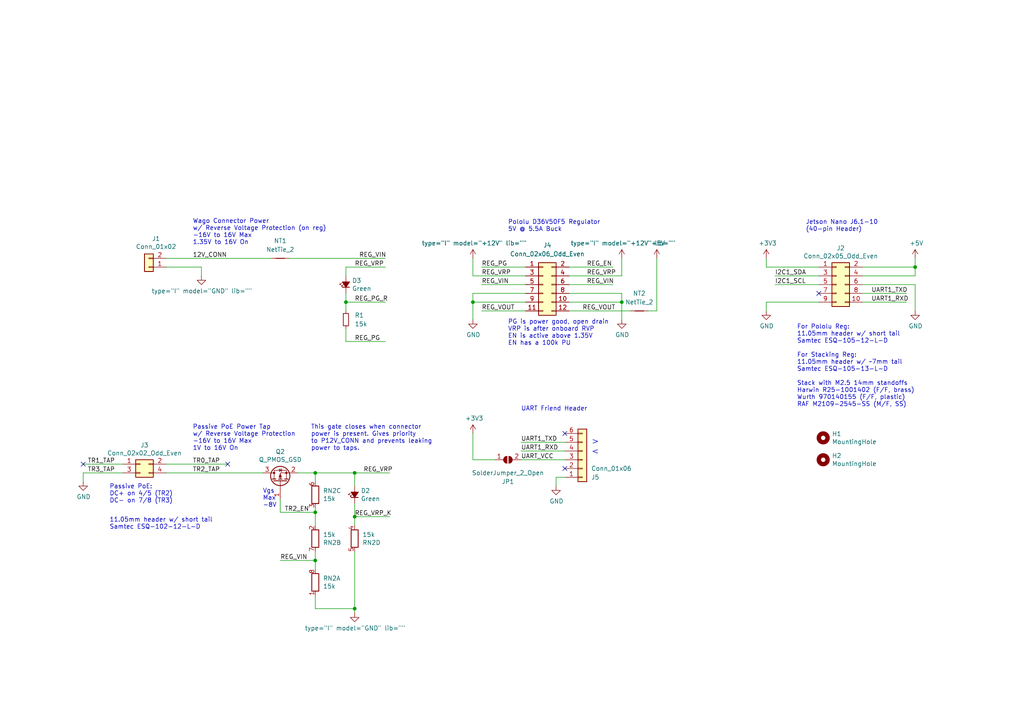
<source format=kicad_sch>
(kicad_sch (version 20211123) (generator eeschema)
  (paper "A4")
  (title_block (title "Jetson Nano PPoE") (rev "R1") (company "Drawn By: Ian Hartwig"))
  (lib_symbols
    (symbol "Connector_Generic:Conn_01x02" (pin_names (offset 1.016) hide)
      (property "Reference" "J" (at 0 2.54 0))
      (property "Value" "Conn_01x02" (at 0 -5.08 0))
      (symbol "Conn_01x02_1_1"
        (rectangle (start -1.27 -2.413) (end 0 -2.667) (stroke (width 0.1524)))
        (rectangle (start -1.27 0.127) (end 0 -0.127) (stroke (width 0.1524)))
        (rectangle (start -1.27 1.27) (end 1.27 -3.81) (stroke (width 0.254)) (fill (type background)))
        (pin passive line (at -5.08 0 0) (length 3.81) (name "Pin_1") (number "1"))
        (pin passive line (at -5.08 -2.54 0) (length 3.81) (name "Pin_2") (number "2"))
      )
    )
    (symbol "Connector_Generic:Conn_01x06" (pin_names (offset 1.016) hide)
      (property "Reference" "J" (at 0 7.62 0))
      (property "Value" "Conn_01x06" (at 0 -10.16 0))
      (symbol "Conn_01x06_1_1"
        (rectangle (start -1.27 -7.493) (end 0 -7.747) (stroke (width 0.1524)))
        (rectangle (start -1.27 -4.953) (end 0 -5.207) (stroke (width 0.1524)))
        (rectangle (start -1.27 -2.413) (end 0 -2.667) (stroke (width 0.1524)))
        (rectangle (start -1.27 0.127) (end 0 -0.127) (stroke (width 0.1524)))
        (rectangle (start -1.27 2.667) (end 0 2.413) (stroke (width 0.1524)))
        (rectangle (start -1.27 5.207) (end 0 4.953) (stroke (width 0.1524)))
        (rectangle (start -1.27 6.35) (end 1.27 -8.89) (stroke (width 0.254)) (fill (type background)))
        (pin passive line (at -5.08 5.08 0) (length 3.81) (name "Pin_1") (number "1"))
        (pin passive line (at -5.08 2.54 0) (length 3.81) (name "Pin_2") (number "2"))
        (pin passive line (at -5.08 0 0) (length 3.81) (name "Pin_3") (number "3"))
        (pin passive line (at -5.08 -2.54 0) (length 3.81) (name "Pin_4") (number "4"))
        (pin passive line (at -5.08 -5.08 0) (length 3.81) (name "Pin_5") (number "5"))
        (pin passive line (at -5.08 -7.62 0) (length 3.81) (name "Pin_6") (number "6"))
      )
    )
    (symbol "Connector_Generic:Conn_02x02_Odd_Even" (pin_names (offset 1.016) hide)
      (property "Reference" "J" (at 1.27 2.54 0))
      (property "Value" "Conn_02x02_Odd_Even" (at 1.27 -5.08 0))
      (symbol "Conn_02x02_Odd_Even_1_1"
        (rectangle (start -1.27 -2.413) (end 0 -2.667) (stroke (width 0.1524)))
        (rectangle (start -1.27 0.127) (end 0 -0.127) (stroke (width 0.1524)))
        (rectangle (start -1.27 1.27) (end 3.81 -3.81) (stroke (width 0.254)) (fill (type background)))
        (rectangle (start 3.81 -2.413) (end 2.54 -2.667) (stroke (width 0.1524)))
        (rectangle (start 3.81 0.127) (end 2.54 -0.127) (stroke (width 0.1524)))
        (pin passive line (at -5.08 0 0) (length 3.81) (name "Pin_1") (number "1"))
        (pin passive line (at 7.62 0 180) (length 3.81) (name "Pin_2") (number "2"))
        (pin passive line (at -5.08 -2.54 0) (length 3.81) (name "Pin_3") (number "3"))
        (pin passive line (at 7.62 -2.54 180) (length 3.81) (name "Pin_4") (number "4"))
      )
    )
    (symbol "Connector_Generic:Conn_02x05_Odd_Even" (pin_names (offset 1.016) hide)
      (property "Reference" "J" (at 1.27 7.62 0))
      (property "Value" "Conn_02x05_Odd_Even" (at 1.27 -7.62 0))
      (symbol "Conn_02x05_Odd_Even_1_1"
        (rectangle (start -1.27 -4.953) (end 0 -5.207) (stroke (width 0.1524)))
        (rectangle (start -1.27 -2.413) (end 0 -2.667) (stroke (width 0.1524)))
        (rectangle (start -1.27 0.127) (end 0 -0.127) (stroke (width 0.1524)))
        (rectangle (start -1.27 2.667) (end 0 2.413) (stroke (width 0.1524)))
        (rectangle (start -1.27 5.207) (end 0 4.953) (stroke (width 0.1524)))
        (rectangle (start -1.27 6.35) (end 3.81 -6.35) (stroke (width 0.254)) (fill (type background)))
        (rectangle (start 3.81 -4.953) (end 2.54 -5.207) (stroke (width 0.1524)))
        (rectangle (start 3.81 -2.413) (end 2.54 -2.667) (stroke (width 0.1524)))
        (rectangle (start 3.81 0.127) (end 2.54 -0.127) (stroke (width 0.1524)))
        (rectangle (start 3.81 2.667) (end 2.54 2.413) (stroke (width 0.1524)))
        (rectangle (start 3.81 5.207) (end 2.54 4.953) (stroke (width 0.1524)))
        (pin passive line (at -5.08 5.08 0) (length 3.81) (name "Pin_1") (number "1"))
        (pin passive line (at 7.62 -5.08 180) (length 3.81) (name "Pin_10") (number "10"))
        (pin passive line (at 7.62 5.08 180) (length 3.81) (name "Pin_2") (number "2"))
        (pin passive line (at -5.08 2.54 0) (length 3.81) (name "Pin_3") (number "3"))
        (pin passive line (at 7.62 2.54 180) (length 3.81) (name "Pin_4") (number "4"))
        (pin passive line (at -5.08 0 0) (length 3.81) (name "Pin_5") (number "5"))
        (pin passive line (at 7.62 0 180) (length 3.81) (name "Pin_6") (number "6"))
        (pin passive line (at -5.08 -2.54 0) (length 3.81) (name "Pin_7") (number "7"))
        (pin passive line (at 7.62 -2.54 180) (length 3.81) (name "Pin_8") (number "8"))
        (pin passive line (at -5.08 -5.08 0) (length 3.81) (name "Pin_9") (number "9"))
      )
    )
    (symbol "Connector_Generic:Conn_02x06_Odd_Even" (pin_names (offset 1.016) hide)
      (property "Reference" "J" (at 1.27 7.62 0))
      (property "Value" "Conn_02x06_Odd_Even" (at 1.27 -10.16 0))
      (symbol "Conn_02x06_Odd_Even_1_1"
        (rectangle (start -1.27 -7.493) (end 0 -7.747) (stroke (width 0.1524)))
        (rectangle (start -1.27 -4.953) (end 0 -5.207) (stroke (width 0.1524)))
        (rectangle (start -1.27 -2.413) (end 0 -2.667) (stroke (width 0.1524)))
        (rectangle (start -1.27 0.127) (end 0 -0.127) (stroke (width 0.1524)))
        (rectangle (start -1.27 2.667) (end 0 2.413) (stroke (width 0.1524)))
        (rectangle (start -1.27 5.207) (end 0 4.953) (stroke (width 0.1524)))
        (rectangle (start -1.27 6.35) (end 3.81 -8.89) (stroke (width 0.254)) (fill (type background)))
        (rectangle (start 3.81 -7.493) (end 2.54 -7.747) (stroke (width 0.1524)))
        (rectangle (start 3.81 -4.953) (end 2.54 -5.207) (stroke (width 0.1524)))
        (rectangle (start 3.81 -2.413) (end 2.54 -2.667) (stroke (width 0.1524)))
        (rectangle (start 3.81 0.127) (end 2.54 -0.127) (stroke (width 0.1524)))
        (rectangle (start 3.81 2.667) (end 2.54 2.413) (stroke (width 0.1524)))
        (rectangle (start 3.81 5.207) (end 2.54 4.953) (stroke (width 0.1524)))
        (pin passive line (at -5.08 5.08 0) (length 3.81) (name "Pin_1") (number "1"))
        (pin passive line (at 7.62 -5.08 180) (length 3.81) (name "Pin_10") (number "10"))
        (pin passive line (at -5.08 -7.62 0) (length 3.81) (name "Pin_11") (number "11"))
        (pin passive line (at 7.62 -7.62 180) (length 3.81) (name "Pin_12") (number "12"))
        (pin passive line (at 7.62 5.08 180) (length 3.81) (name "Pin_2") (number "2"))
        (pin passive line (at -5.08 2.54 0) (length 3.81) (name "Pin_3") (number "3"))
        (pin passive line (at 7.62 2.54 180) (length 3.81) (name "Pin_4") (number "4"))
        (pin passive line (at -5.08 0 0) (length 3.81) (name "Pin_5") (number "5"))
        (pin passive line (at 7.62 0 180) (length 3.81) (name "Pin_6") (number "6"))
        (pin passive line (at -5.08 -2.54 0) (length 3.81) (name "Pin_7") (number "7"))
        (pin passive line (at 7.62 -2.54 180) (length 3.81) (name "Pin_8") (number "8"))
        (pin passive line (at -5.08 -5.08 0) (length 3.81) (name "Pin_9") (number "9"))
      )
    )
    (symbol "Device:LED_Small_Filled" (pin_numbers hide) (pin_names (offset 0.254) hide)
      (property "Reference" "D" (at -1.27 3.175 0))
      (property "Value" "LED_Small_Filled" (at -4.445 -2.54 0))
      (symbol "LED_Small_Filled_0_1"
        (polyline (pts (xy -0.762 -1.016) (xy -0.762 1.016)) (stroke (width 0.254)))
        (polyline (pts (xy 1.016 0) (xy -0.762 0)))
        (polyline (pts (xy 0.762 -1.016) (xy -0.762 0) (xy 0.762 1.016) (xy 0.762 -1.016)) (stroke (width 0.254)) (fill (type outline)))
        (polyline (pts (xy 0 0.762) (xy -0.508 1.27) (xy -0.254 1.27) (xy -0.508 1.27) (xy -0.508 1.016)))
        (polyline (pts (xy 0.508 1.27) (xy 0 1.778) (xy 0.254 1.778) (xy 0 1.778) (xy 0 1.524)))
      )
      (symbol "LED_Small_Filled_1_1"
        (pin passive line (at -2.54 0 0) (length 1.778) (name "K") (number "1"))
        (pin passive line (at 2.54 0 180) (length 1.778) (name "A") (number "2"))
      )
    )
    (symbol "Device:NetTie_2" (pin_numbers hide) (pin_names (offset 0) hide)
      (property "Reference" "NT" (at 0 1.27 0))
      (property "Value" "NetTie_2" (at 0 -1.27 0))
      (symbol "NetTie_2_0_1"
        (polyline (pts (xy -1.27 0) (xy 1.27 0)) (stroke (width 0.254)))
      )
      (symbol "NetTie_2_1_1"
        (pin passive line (at -2.54 0 0) (length 2.54) (name "1") (number "1"))
        (pin passive line (at 2.54 0 180) (length 2.54) (name "2") (number "2"))
      )
    )
    (symbol "Device:Q_PMOS_GSD" (pin_names (offset 0) hide)
      (property "Reference" "Q" (at 5.08 1.27 0))
      (property "Value" "Q_PMOS_GSD" (at 5.08 -1.27 0))
      (symbol "Q_PMOS_GSD_0_1"
        (polyline (pts (xy 0.254 0) (xy -2.54 0)))
        (polyline (pts (xy 0.254 1.905) (xy 0.254 -1.905)) (stroke (width 0.254)))
        (polyline (pts (xy 0.762 -1.27) (xy 0.762 -2.286)) (stroke (width 0.254)))
        (polyline (pts (xy 0.762 0.508) (xy 0.762 -0.508)) (stroke (width 0.254)))
        (polyline (pts (xy 0.762 2.286) (xy 0.762 1.27)) (stroke (width 0.254)))
        (polyline (pts (xy 2.54 2.54) (xy 2.54 1.778)))
        (polyline (pts (xy 2.54 -2.54) (xy 2.54 0) (xy 0.762 0)))
        (polyline (pts (xy 0.762 1.778) (xy 3.302 1.778) (xy 3.302 -1.778) (xy 0.762 -1.778)))
        (polyline (pts (xy 2.286 0) (xy 1.27 0.381) (xy 1.27 -0.381) (xy 2.286 0)) (fill (type outline)))
        (polyline (pts (xy 2.794 -0.508) (xy 2.921 -0.381) (xy 3.683 -0.381) (xy 3.81 -0.254)))
        (polyline (pts (xy 3.302 -0.381) (xy 2.921 0.254) (xy 3.683 0.254) (xy 3.302 -0.381)))
        (circle (center 1.651 0) (radius 2.794) (stroke (width 0.254)))
        (circle (center 2.54 -1.778) (radius 0.254) (fill (type outline)))
        (circle (center 2.54 1.778) (radius 0.254) (fill (type outline)))
      )
      (symbol "Q_PMOS_GSD_1_1"
        (pin input line (at -5.08 0 0) (length 2.54) (name "G") (number "1"))
        (pin passive line (at 2.54 -5.08 90) (length 2.54) (name "S") (number "2"))
        (pin passive line (at 2.54 5.08 270) (length 2.54) (name "D") (number "3"))
      )
    )
    (symbol "Device:R_Small" (pin_numbers hide) (pin_names (offset 0.254) hide)
      (property "Reference" "R" (at 0.762 0.508 0))
      (property "Value" "R_Small" (at 0.762 -1.016 0))
      (symbol "R_Small_0_1"
        (rectangle (start -0.762 1.778) (end 0.762 -1.778) (stroke (width 0.2032)))
      )
      (symbol "R_Small_1_1"
        (pin passive line (at 0 2.54 270) (length 0.762) (name "~") (number "1"))
        (pin passive line (at 0 -2.54 90) (length 0.762) (name "~") (number "2"))
      )
    )
    (symbol "Jumper:SolderJumper_2_Open" (pin_names (offset 0) hide)
      (property "Reference" "JP" (at 0 2.032 0))
      (property "Value" "SolderJumper_2_Open" (at 0 -2.54 0))
      (symbol "SolderJumper_2_Open_0_1"
        (arc (start -0.254 1.016) (mid -1.27 0) (end -0.254 -1.016))
        (arc (start -0.254 1.016) (mid -1.27 0) (end -0.254 -1.016) (fill (type outline)))
        (polyline (pts (xy -0.254 1.016) (xy -0.254 -1.016)))
        (polyline (pts (xy 0.254 1.016) (xy 0.254 -1.016)))
        (arc (start 0.254 -1.016) (mid 1.27 0) (end 0.254 1.016))
        (arc (start 0.254 -1.016) (mid 1.27 0) (end 0.254 1.016) (fill (type outline)))
      )
      (symbol "SolderJumper_2_Open_1_1"
        (pin passive line (at -3.81 0 0) (length 2.54) (name "A") (number "1"))
        (pin passive line (at 3.81 0 180) (length 2.54) (name "B") (number "2"))
      )
    )
    (symbol "Mechanical:MountingHole" (pin_names (offset 1.016))
      (property "Reference" "H" (at 0 5.08 0))
      (property "Value" "MountingHole" (at 0 3.175 0))
      (symbol "MountingHole_0_1"
        (circle (center 0 0) (radius 1.27) (stroke (width 1.27)))
      )
    )
    (symbol "frc-on-ftc-hw-special:R_Pack04_SMD_Split" (pin_names (offset 0) hide)
      (property "Reference" "RN" (at 2.032 0 90))
      (property "Value" "R_Pack04_SMD_Split" (at 0 0 90))
      (symbol "R_Pack04_SMD_Split_0_1"
        (rectangle (start 1.016 2.54) (end -1.016 -2.54) (stroke (width 0.254)))
      )
      (symbol "R_Pack04_SMD_Split_1_1"
        (pin passive line (at 0 -3.81 90) (length 1.27) (name "R1.1") (number "1"))
        (pin passive line (at 0 3.81 270) (length 1.27) (name "R1.2") (number "8"))
      )
      (symbol "R_Pack04_SMD_Split_2_1"
        (pin passive line (at 0 -3.81 90) (length 1.27) (name "R1.1") (number "2"))
        (pin passive line (at 0 3.81 270) (length 1.27) (name "R1.2") (number "7"))
      )
      (symbol "R_Pack04_SMD_Split_3_1"
        (pin passive line (at 0 -3.81 90) (length 1.27) (name "R1.1") (number "3"))
        (pin passive line (at 0 3.81 270) (length 1.27) (name "R1.2") (number "6"))
      )
      (symbol "R_Pack04_SMD_Split_4_1"
        (pin passive line (at 0 -3.81 90) (length 1.27) (name "R1.1") (number "4"))
        (pin passive line (at 0 3.81 270) (length 1.27) (name "R1.2") (number "5"))
      )
    )
    (symbol "power:+12V" (power) (pin_names (offset 0))
      (property "Value" "+12V" (at 0 3.556 0))
      (symbol "+12V_0_1"
        (polyline (pts (xy -0.762 1.27) (xy 0 2.54)))
        (polyline (pts (xy 0 0) (xy 0 2.54)))
        (polyline (pts (xy 0 2.54) (xy 0.762 1.27)))
      )
      (symbol "+12V_1_1"
        (pin power_in line (at 0 0 90) (length 0) hide (name "+12V") (number "1"))
      )
    )
    (symbol "power:+3V3" (power) (pin_names (offset 0))
      (property "Value" "+3V3" (at 0 3.556 0))
      (symbol "+3V3_0_1"
        (polyline (pts (xy -0.762 1.27) (xy 0 2.54)))
        (polyline (pts (xy 0 0) (xy 0 2.54)))
        (polyline (pts (xy 0 2.54) (xy 0.762 1.27)))
      )
      (symbol "+3V3_1_1"
        (pin power_in line (at 0 0 90) (length 0) hide (name "+3V3") (number "1"))
      )
    )
    (symbol "power:+5V" (power) (pin_names (offset 0))
      (property "Value" "+5V" (at 0 3.556 0))
      (symbol "+5V_0_1"
        (polyline (pts (xy -0.762 1.27) (xy 0 2.54)))
        (polyline (pts (xy 0 0) (xy 0 2.54)))
        (polyline (pts (xy 0 2.54) (xy 0.762 1.27)))
      )
      (symbol "+5V_1_1"
        (pin power_in line (at 0 0 90) (length 0) hide (name "+5V") (number "1"))
      )
    )
    (symbol "power:GND" (power) (pin_names (offset 0))
      (property "Value" "GND" (at 0 -3.81 0))
      (symbol "GND_0_1"
        (polyline (pts (xy 0 0) (xy 0 -1.27) (xy 1.27 -1.27) (xy 0 -2.54) (xy -1.27 -1.27) (xy 0 -1.27)))
      )
      (symbol "GND_1_1"
        (pin power_in line (at 0 0 270) (length 0) hide (name "GND") (number "1"))
      )
    )
  )
  (junction (at 102.87 149.86))
  (junction (at 100.33 87.63))
  (junction (at 102.87 176.53))
  (junction (at 91.44 148.59))
  (junction (at 180.34 87.63))
  (junction (at 91.44 137.16))
  (junction (at 102.87 137.16))
  (junction (at 265.43 77.47))
  (junction (at 137.16 87.63))
  (junction (at 91.44 162.56))
  (no_connect (at 66.04 134.62))
  (no_connect (at 237.49 85.09))
  (no_connect (at 24.13 134.62))
  (no_connect (at 163.83 135.89))
  (no_connect (at 163.83 125.73))
  (wire (pts (xy 100.33 87.63) (xy 100.33 90.17)))
  (wire (pts (xy 48.26 137.16) (xy 76.2 137.16)))
  (wire (pts (xy 91.44 137.16) (xy 86.36 137.16)))
  (wire (pts (xy 137.16 125.73) (xy 137.16 133.35)))
  (wire (pts (xy 91.44 176.53) (xy 102.87 176.53)))
  (wire (pts (xy 237.49 77.47) (xy 222.25 77.47)))
  (wire (pts (xy 113.03 137.16) (xy 102.87 137.16)))
  (wire (pts (xy 224.79 82.55) (xy 237.49 82.55)))
  (wire (pts (xy 187.96 90.17) (xy 190.5 90.17)))
  (wire (pts (xy 91.44 139.7) (xy 91.44 137.16)))
  (wire (pts (xy 81.28 148.59) (xy 91.44 148.59)))
  (wire (pts (xy 262.89 85.09) (xy 250.19 85.09)))
  (wire (pts (xy 161.29 138.43) (xy 161.29 140.97)))
  (wire (pts (xy 102.87 160.02) (xy 102.87 176.53)))
  (wire (pts (xy 48.26 134.62) (xy 66.04 134.62)))
  (wire (pts (xy 180.34 87.63) (xy 180.34 85.09)))
  (wire (pts (xy 180.34 80.01) (xy 180.34 74.93)))
  (wire (pts (xy 100.33 99.06) (xy 111.76 99.06)))
  (wire (pts (xy 250.19 82.55) (xy 265.43 82.55)))
  (wire (pts (xy 139.7 90.17) (xy 152.4 90.17)))
  (wire (pts (xy 265.43 80.01) (xy 265.43 77.47)))
  (wire (pts (xy 100.33 80.01) (xy 100.33 77.47)))
  (wire (pts (xy 48.26 74.93) (xy 78.74 74.93)))
  (wire (pts (xy 265.43 80.01) (xy 250.19 80.01)))
  (wire (pts (xy 250.19 77.47) (xy 265.43 77.47)))
  (wire (pts (xy 100.33 87.63) (xy 111.76 87.63)))
  (wire (pts (xy 165.1 85.09) (xy 180.34 85.09)))
  (wire (pts (xy 139.7 82.55) (xy 152.4 82.55)))
  (wire (pts (xy 102.87 177.8) (xy 102.87 176.53)))
  (wire (pts (xy 137.16 92.71) (xy 137.16 87.63)))
  (wire (pts (xy 91.44 162.56) (xy 91.44 165.1)))
  (wire (pts (xy 190.5 74.93) (xy 190.5 90.17)))
  (wire (pts (xy 137.16 87.63) (xy 152.4 87.63)))
  (wire (pts (xy 102.87 140.97) (xy 102.87 137.16)))
  (wire (pts (xy 83.82 74.93) (xy 111.76 74.93)))
  (wire (pts (xy 224.79 80.01) (xy 237.49 80.01)))
  (wire (pts (xy 137.16 85.09) (xy 152.4 85.09)))
  (wire (pts (xy 24.13 134.62) (xy 35.56 134.62)))
  (wire (pts (xy 91.44 148.59) (xy 91.44 147.32)))
  (wire (pts (xy 222.25 74.93) (xy 222.25 77.47)))
  (wire (pts (xy 137.16 87.63) (xy 137.16 85.09)))
  (wire (pts (xy 102.87 137.16) (xy 91.44 137.16)))
  (wire (pts (xy 102.87 149.86) (xy 102.87 152.4)))
  (wire (pts (xy 151.13 130.81) (xy 163.83 130.81)))
  (wire (pts (xy 81.28 144.78) (xy 81.28 148.59)))
  (wire (pts (xy 137.16 133.35) (xy 143.51 133.35)))
  (wire (pts (xy 165.1 82.55) (xy 177.8 82.55)))
  (wire (pts (xy 91.44 148.59) (xy 91.44 152.4)))
  (wire (pts (xy 100.33 95.25) (xy 100.33 99.06)))
  (wire (pts (xy 100.33 77.47) (xy 111.76 77.47)))
  (wire (pts (xy 24.13 137.16) (xy 35.56 137.16)))
  (wire (pts (xy 165.1 80.01) (xy 180.34 80.01)))
  (wire (pts (xy 48.26 77.47) (xy 58.42 77.47)))
  (wire (pts (xy 137.16 80.01) (xy 152.4 80.01)))
  (wire (pts (xy 91.44 172.72) (xy 91.44 176.53)))
  (wire (pts (xy 222.25 87.63) (xy 237.49 87.63)))
  (wire (pts (xy 163.83 138.43) (xy 161.29 138.43)))
  (wire (pts (xy 81.28 162.56) (xy 91.44 162.56)))
  (wire (pts (xy 165.1 90.17) (xy 182.88 90.17)))
  (wire (pts (xy 91.44 160.02) (xy 91.44 162.56)))
  (wire (pts (xy 265.43 90.17) (xy 265.43 82.55)))
  (wire (pts (xy 151.13 128.27) (xy 163.83 128.27)))
  (wire (pts (xy 265.43 77.47) (xy 265.43 74.93)))
  (wire (pts (xy 165.1 87.63) (xy 180.34 87.63)))
  (wire (pts (xy 139.7 77.47) (xy 152.4 77.47)))
  (wire (pts (xy 100.33 85.09) (xy 100.33 87.63)))
  (wire (pts (xy 24.13 139.7) (xy 24.13 137.16)))
  (wire (pts (xy 151.13 133.35) (xy 163.83 133.35)))
  (wire (pts (xy 165.1 77.47) (xy 177.8 77.47)))
  (wire (pts (xy 58.42 80.01) (xy 58.42 77.47)))
  (wire (pts (xy 250.19 87.63) (xy 262.89 87.63)))
  (wire (pts (xy 102.87 149.86) (xy 113.03 149.86)))
  (wire (pts (xy 137.16 74.93) (xy 137.16 80.01)))
  (wire (pts (xy 222.25 90.17) (xy 222.25 87.63)))
  (wire (pts (xy 102.87 146.05) (xy 102.87 149.86)))
  (wire (pts (xy 180.34 92.71) (xy 180.34 87.63)))
  (text "UART Friend Header" (at 151.13 119.38 0) (effects (font (size 1.27 1.27)) (justify left bottom)))
  (text "Passive PoE:\nDC+ on 4/5 (TR2)\nDC- on 7/8 (TR3)" (at 31.75 146.05 0) (effects (font (size 1.27 1.27)) (justify left bottom)))
  (text "Jetson Nano J6.1-10\n(40-pin Header)" (at 233.68 67.31 0) (effects (font (size 1.27 1.27)) (justify left bottom)))
  (text "Passive PoE Power Tap\nw/ Reverse Voltage Protection\n-16V to 16V Max\n1V to 16V On" (at 55.88 130.81 0) (effects (font (size 1.27 1.27)) (justify left bottom)))
  (text ">\n<\n" (at 171.45 132.08 0) (effects (font (size 1.8 1.8)) (justify left bottom)))
  (text "Pololu D36V50F5 Regulator\n5V @ 5.5A Buck" (at 147.32 67.31 0) (effects (font (size 1.27 1.27)) (justify left bottom)))
  (text "Vgs\nMax\n-8V" (at 76.2 147.32 0) (effects (font (size 1.27 1.27)) (justify left bottom)))
  (text "This gate closes when connector\npower is present. Gives priority\nto P12V_CONN and prevents leaking\npower to taps." (at 90.17 130.81 0) (effects (font (size 1.27 1.27)) (justify left bottom)))
  (text "Wago Connector Power\nw/ Reverse Voltage Protection (on reg)\n-16V to 16V Max\n1.35V to 16V On" (at 55.88 71.12 0) (effects (font (size 1.27 1.27)) (justify left bottom)))
  (text "11.05mm header w/ short tail\nSamtec ESQ-102-12-L-D" (at 31.75 153.67 0) (effects (font (size 1.27 1.27)) (justify left bottom)))
  (text "For Pololu Reg:\n11.05mm header w/ short tail\nSamtec ESQ-105-12-L-D\n\nFor Stacking Reg:\n11.05mm header w/ ~7mm tail\nSamtec ESQ-105-13-L-D\n\nStack with M2.5 14mm standoffs\nHarwin R25-1001402 (F/F, brass)\nWurth 970140155 (F/F, plastic)\nRAF M2109-2545-SS (M/F, SS)" (at 231.14 118.11 0) (effects (font (size 1.27 1.27)) (justify left bottom)))
  (text "PG is power good, open drain\nVRP is after onboard RVP\nEN is active above 1.35V\nEN has a 100k PU" (at 147.32 100.33 0) (effects (font (size 1.27 1.27)) (justify left bottom)))
  (label "REG_VRP" (at 170.18 80.01 0))
  (label "UART1_RXD" (at 252.73 87.63 0))
  (label "REG_VIN" (at 81.28 162.56 0))
  (label "I2C1_SCL" (at 224.79 82.55 0))
  (label "TR1_TAP" (at 25.4 134.62 0))
  (label "TR2_TAP" (at 55.88 137.16 0))
  (label "REG_VRP_K" (at 102.87 149.86 0))
  (label "REG_PG_R" (at 102.87 87.63 0))
  (label "REG_EN" (at 170.18 77.47 0))
  (label "REG_VRP" (at 105.41 137.16 0))
  (label "REG_VRP" (at 102.87 77.47 0))
  (label "REG_VOUT" (at 168.91 90.17 0))
  (label "REG_VIN" (at 139.7 82.55 0))
  (label "REG_VIN" (at 170.18 82.55 0))
  (label "REG_PG" (at 102.87 99.06 0))
  (label "REG_VOUT" (at 139.7 90.17 0))
  (label "UART1_TXD" (at 151.13 128.27 0))
  (label "TR3_TAP" (at 25.4 137.16 0))
  (label "REG_VIN" (at 104.14 74.93 0))
  (label "TR0_TAP" (at 55.88 134.62 0))
  (label "UART1_RXD" (at 151.13 130.81 0))
  (label "TR2_EN" (at 82.55 148.59 0))
  (label "UART1_TXD" (at 252.73 85.09 0))
  (label "REG_PG" (at 139.7 77.47 0))
  (label "REG_VRP" (at 139.7 80.01 0))
  (label "UART_VCC" (at 151.13 133.35 0))
  (label "I2C1_SDA" (at 224.79 80.01 0))
  (label "12V_CONN" (at 55.88 74.93 0))
  (symbol (lib_id "Connector_Generic:Conn_02x05_Odd_Even") (at 242.57 82.55 0) (unit 1)
    (property "Reference" "J2" (at 243.84 71.9582 0))
    (property "Value" "Conn_02x05_Odd_Even" (at 243.84 74.2696 0))
    (property "Footprint" "Pin_Headers:Pin_Header_Straight_2x05_Pitch2.54mm" (effects hide))
  )
  (symbol (lib_id "power:+3V3") (at 222.25 74.93 0) (unit 1)
    (property "Reference" "#PWR0101" (effects hide))
    (property "Value" "+3V3" (at 222.631 70.5358 0))
  )
  (symbol (lib_id "power:+5V") (at 265.43 74.93 0) (unit 1)
    (property "Reference" "#PWR0102" (effects hide))
    (property "Value" "+5V" (at 265.811 70.5358 0))
  )
  (symbol (lib_id "power:GND") (at 222.25 90.17 0) (unit 1)
    (property "Reference" "#PWR0103" (effects hide))
    (property "Value" "GND" (at 222.377 94.5642 0))
  )
  (symbol (lib_id "power:GND") (at 265.43 90.17 0) (unit 1)
    (property "Reference" "#PWR0104" (effects hide))
    (property "Value" "GND" (at 265.557 94.5642 0))
  )
  (symbol (lib_id "Connector_Generic:Conn_01x02") (at 43.18 77.47 180) (unit 1)
    (property "Reference" "J1" (at 45.2628 69.215 0))
    (property "Value" "Conn_01x02" (at 45.2628 71.5264 0))
    (property "Footprint" "frc-on-ftc-hw:WAGO_250-202" (effects hide))
  )
  (symbol (lib_id "Mechanical:MountingHole") (at 238.76 133.35 0) (unit 1)
    (property "Reference" "H2" (at 241.3 132.1816 0) (effects (justify left)))
    (property "Value" "MountingHole" (at 241.3 134.493 0) (effects (justify left)))
    (property "Footprint" "MountingHole:MountingHole_3.2mm_M3_Pad_Via" (effects hide))
  )
  (symbol (lib_id "Connector_Generic:Conn_02x02_Odd_Even") (at 40.64 134.62 0) (unit 1)
    (property "Reference" "J3" (at 41.91 129.1082 0))
    (property "Value" "Conn_02x02_Odd_Even" (at 41.91 131.4196 0))
    (property "Footprint" "Connector_PinHeader_2.54mm:PinHeader_2x02_P2.54mm_Vertical" (effects hide))
  )
  (symbol (lib_id "power:GND") (at 58.42 80.01 0) (unit 1)
    (property "Reference" "#PWR0112" (effects hide))
    (property "Value" "GND" (at 58.547 84.4042 0))
    (property "Spice_Primitive" "I" (effects hide))
    (property "Spice_Netlist_Enabled" "N" (effects hide))
  )
  (symbol (lib_id "power:GND") (at 24.13 139.7 0) (unit 1)
    (property "Reference" "#PWR0113" (effects hide))
    (property "Value" "GND" (at 24.257 144.0942 0))
  )
  (symbol (lib_id "Mechanical:MountingHole") (at 238.76 127 0) (unit 1)
    (property "Reference" "H1" (at 241.3 125.8316 0) (effects (justify left)))
    (property "Value" "MountingHole" (at 241.3 128.143 0) (effects (justify left)))
    (property "Footprint" "MountingHole:MountingHole_3.2mm_M3_Pad_Via" (effects hide))
  )
  (symbol (lib_id "Device:Q_PMOS_GSD") (at 81.28 139.7 90) (unit 1)
    (property "Reference" "Q2" (at 81.28 131.0132 90))
    (property "Value" "Q_PMOS_GSD" (at 81.28 133.3246 90))
    (property "Footprint" "Package_TO_SOT_SMD:SOT-23" (effects hide))
    (property "Mfg" "Micro Commercial Co" (effects hide))
    (property "Mfg PN" "SI2305B" (effects hide))
    (property "Mfg 2" "Diodes Incorporated" (effects hide))
    (property "Mfg PN 2" "DMG2305UX-7" (effects hide))
    (property "Spice_Primitive" "M" (effects hide))
    (property "Spice_Model" "cmosp" (effects hide))
    (property "Spice_Netlist_Enabled" "Y" (effects hide))
    (property "Spice_Lib_File" "/Users/ihartwig/repos/KiCad-Spice-Library/Models/Transistor/FET/cmos.lib" (effects hide))
  )
  (symbol (lib_id "Device:LED_Small_Filled") (at 102.87 143.51 90) (unit 1)
    (property "Reference" "D2" (at 104.648 142.3416 90) (effects (justify right)))
    (property "Value" "Green" (at 104.648 144.653 90) (effects (justify right)))
    (property "Footprint" "LED_SMD:LED_0603_1608Metric" (effects hide))
    (property "Spice_Primitive" "D" (effects hide))
    (property "Spice_Model" "LED_GENERAL" (effects hide))
    (property "Spice_Netlist_Enabled" "Y" (effects hide))
    (property "Spice_Lib_File" "/Users/ihartwig/repos/KiCad-Spice-Library/Models/Diode/led.lib" (effects hide))
  )
  (symbol (lib_id "power:GND") (at 102.87 177.8 0) (unit 1)
    (property "Reference" "#PWR0116" (effects hide))
    (property "Value" "GND" (at 102.997 182.1942 0))
    (property "Spice_Primitive" "I" (effects hide))
    (property "Spice_Netlist_Enabled" "N" (effects hide))
  )
  (symbol (lib_id "power:+3V3") (at 137.16 125.73 0) (unit 1)
    (property "Reference" "#PWR03" (effects hide))
    (property "Value" "+3V3" (at 137.541 121.3358 0))
  )
  (symbol (lib_id "power:+12V") (at 137.16 74.93 0) (unit 1)
    (property "Reference" "#PWR01" (effects hide))
    (property "Value" "+12V" (at 137.541 70.5358 0))
    (property "Spice_Primitive" "I" (effects hide))
    (property "Spice_Netlist_Enabled" "N" (effects hide))
  )
  (symbol (lib_id "power:GND") (at 161.29 140.97 0) (unit 1)
    (property "Reference" "#PWR04" (effects hide))
    (property "Value" "GND" (at 161.417 145.3642 0))
  )
  (symbol (lib_id "frc-on-ftc-hw-special:R_Pack04_SMD_Split") (at 91.44 156.21 0) (mirror x) (unit 2)
    (property "Reference" "RN2" (at 93.6752 157.3784 0) (effects (justify left)))
    (property "Value" "15k" (at 93.6752 155.067 0) (effects (justify left)))
    (property "Footprint" "Resistor_SMD:R_Array_Convex_4x1206" (effects hide))
    (property "Datasheet" "http://www.vishay.com/docs/31509/csc.pdf" (effects hide))
    (property "Mfg" "Yaego" (effects hide))
    (property "Mfg PN" "YC164-JR-0715KL" (effects hide))
  )
  (symbol (lib_id "Device:NetTie_2") (at 185.42 90.17 0) (mirror y) (unit 1)
    (property "Reference" "NT2" (at 185.42 85.09 0))
    (property "Value" "NetTie_2" (at 185.42 87.63 0))
    (property "Footprint" "NetTie:NetTie-2_SMD_Pad2.0mm" (effects hide))
  )
  (symbol (lib_id "power:GND") (at 180.34 92.71 0) (unit 1)
    (property "Reference" "#PWR06" (effects hide))
    (property "Value" "GND" (at 180.467 97.1042 0))
  )
  (symbol (lib_id "frc-on-ftc-hw-special:R_Pack04_SMD_Split") (at 91.44 168.91 0) (unit 1)
    (property "Reference" "RN2" (at 93.6752 167.7416 0) (effects (justify left)))
    (property "Value" "15k" (at 93.6752 170.053 0) (effects (justify left)))
    (property "Footprint" "Resistor_SMD:R_Array_Convex_4x1206" (effects hide))
    (property "Datasheet" "http://www.vishay.com/docs/31509/csc.pdf" (effects hide))
    (property "Mfg" "Yaego" (effects hide))
    (property "Mfg PN" "YC164-JR-0715KL" (effects hide))
  )
  (symbol (lib_id "Device:LED_Small_Filled") (at 100.33 82.55 90) (unit 1)
    (property "Reference" "D3" (at 102.108 81.3816 90) (effects (justify right)))
    (property "Value" "Green" (at 102.108 83.693 90) (effects (justify right)))
    (property "Footprint" "LED_SMD:LED_0603_1608Metric" (effects hide))
    (property "Spice_Primitive" "D" (effects hide))
    (property "Spice_Model" "LED_GENERAL" (effects hide))
    (property "Spice_Netlist_Enabled" "Y" (effects hide))
    (property "Spice_Lib_File" "/Users/ihartwig/repos/KiCad-Spice-Library/Models/Diode/led.lib" (effects hide))
  )
  (symbol (lib_id "Device:R_Small") (at 100.33 92.71 0) (unit 1)
    (property "Reference" "R1" (at 102.87 91.4399 0) (effects (justify left)))
    (property "Value" "15k" (at 102.87 93.9799 0) (effects (justify left)))
    (property "Footprint" "Resistor_SMD:R_0805_2012Metric" (effects hide))
  )
  (symbol (lib_id "frc-on-ftc-hw-special:R_Pack04_SMD_Split") (at 91.44 143.51 0) (unit 3)
    (property "Reference" "RN2" (at 93.6752 142.3416 0) (effects (justify left)))
    (property "Value" "15k" (at 93.6752 144.653 0) (effects (justify left)))
    (property "Footprint" "Resistor_SMD:R_Array_Convex_4x1206" (effects hide))
    (property "Datasheet" "http://www.vishay.com/docs/31509/csc.pdf" (effects hide))
    (property "Mfg" "Yaego" (effects hide))
    (property "Mfg PN" "YC164-JR-0715KL" (effects hide))
  )
  (symbol (lib_id "Connector_Generic:Conn_02x06_Odd_Even") (at 157.48 82.55 0) (unit 1)
    (property "Reference" "J4" (at 158.75 71.12 0))
    (property "Value" "Conn_02x06_Odd_Even" (at 158.75 73.66 0))
    (property "Footprint" "Connector_PinHeader_2.54mm:PinHeader_2x06_P2.54mm_Vertical" (effects hide))
  )
  (symbol (lib_id "frc-on-ftc-hw-special:R_Pack04_SMD_Split") (at 102.87 156.21 0) (mirror x) (unit 4)
    (property "Reference" "RN2" (at 105.1052 157.3784 0) (effects (justify left)))
    (property "Value" "15k" (at 105.1052 155.067 0) (effects (justify left)))
    (property "Footprint" "Resistor_SMD:R_Array_Convex_4x1206" (effects hide))
    (property "Datasheet" "http://www.vishay.com/docs/31509/csc.pdf" (effects hide))
    (property "Mfg" "Yaego" (effects hide))
    (property "Mfg PN" "YC164-JR-0715KL" (effects hide))
  )
  (symbol (lib_id "Connector_Generic:Conn_01x06") (at 168.91 133.35 0) (mirror x) (unit 1)
    (property "Reference" "J5" (at 171.45 138.43 0) (effects (justify left)))
    (property "Value" "Conn_01x06" (at 171.45 135.89 0) (effects (justify left)))
    (property "Footprint" "Connector_PinHeader_2.54mm:PinHeader_1x06_P2.54mm_Vertical" (effects hide))
  )
  (symbol (lib_id "power:GND") (at 137.16 92.71 0) (unit 1)
    (property "Reference" "#PWR02" (effects hide))
    (property "Value" "GND" (at 137.287 97.1042 0))
  )
  (symbol (lib_id "Device:NetTie_2") (at 81.28 74.93 0) (unit 1)
    (property "Reference" "NT1" (at 81.28 69.85 0))
    (property "Value" "NetTie_2" (at 81.28 72.39 0))
    (property "Footprint" "NetTie:NetTie-2_SMD_Pad2.0mm" (effects hide))
  )
  (symbol (lib_id "power:+12V") (at 180.34 74.93 0) (unit 1)
    (property "Reference" "#PWR05" (effects hide))
    (property "Value" "+12V" (at 180.721 70.5358 0))
    (property "Spice_Primitive" "I" (effects hide))
    (property "Spice_Netlist_Enabled" "N" (effects hide))
  )
  (symbol (lib_id "power:+5V") (at 190.5 74.93 0) (unit 1)
    (property "Reference" "#PWR07" (effects hide))
    (property "Value" "+5V" (at 190.881 70.5358 0))
  )
  (symbol (lib_id "Jumper:SolderJumper_2_Open") (at 147.32 133.35 0) (mirror x) (unit 1)
    (property "Reference" "JP1" (at 147.32 139.7 0))
    (property "Value" "SolderJumper_2_Open" (at 147.32 137.16 0))
    (property "Footprint" "Jumper:SolderJumper-2_P1.3mm_Open_TrianglePad1.0x1.5mm" (effects hide))
  )
)
</source>
